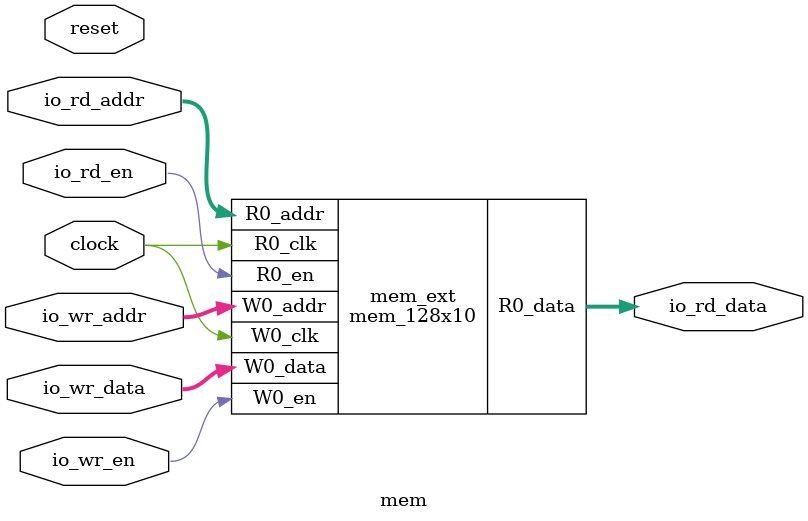
<source format=sv>
`ifndef RANDOMIZE
  `ifdef RANDOMIZE_MEM_INIT
    `define RANDOMIZE
  `endif // RANDOMIZE_MEM_INIT
`endif // not def RANDOMIZE

`ifndef RANDOM
  `define RANDOM $random
`endif // not def RANDOM

// Users can define INIT_RANDOM as general code that gets injected into the
// initializer block for modules with registers.
`ifndef INIT_RANDOM
  `define INIT_RANDOM
`endif // not def INIT_RANDOM

// If using random initialization, you can also define RANDOMIZE_DELAY to
// customize the delay used, otherwise 0.002 is used.
`ifndef RANDOMIZE_DELAY
  `define RANDOMIZE_DELAY 0.002
`endif // not def RANDOMIZE_DELAY

// Define INIT_RANDOM_PROLOG_ for use in our modules below.
`ifndef INIT_RANDOM_PROLOG_
  `ifdef RANDOMIZE
    `ifdef VERILATOR
      `define INIT_RANDOM_PROLOG_ `INIT_RANDOM
    `else  // VERILATOR
      `define INIT_RANDOM_PROLOG_ `INIT_RANDOM #`RANDOMIZE_DELAY begin end
    `endif // VERILATOR
  `else  // RANDOMIZE
    `define INIT_RANDOM_PROLOG_
  `endif // RANDOMIZE
`endif // not def INIT_RANDOM_PROLOG_

// Include register initializers in init blocks unless synthesis is set
`ifndef SYNTHESIS
  `ifndef ENABLE_INITIAL_REG_
    `define ENABLE_INITIAL_REG_
  `endif // not def ENABLE_INITIAL_REG_
`endif // not def SYNTHESIS

// Include rmemory initializers in init blocks unless synthesis is set
`ifndef SYNTHESIS
  `ifndef ENABLE_INITIAL_MEM_
    `define ENABLE_INITIAL_MEM_
  `endif // not def ENABLE_INITIAL_MEM_
`endif // not def SYNTHESIS

// VCS coverage exclude_file
module mem_128x10(	// src/main/scala/sync_mem.scala:26:23
  input  [6:0] R0_addr,
  input        R0_en,
               R0_clk,
  output [9:0] R0_data,
  input  [6:0] W0_addr,
  input        W0_en,
               W0_clk,
  input  [9:0] W0_data
);

  reg [9:0] Memory[0:127];	// src/main/scala/sync_mem.scala:26:23
  reg       _R0_en_d0;	// src/main/scala/sync_mem.scala:26:23
  reg [6:0] _R0_addr_d0;	// src/main/scala/sync_mem.scala:26:23
  always @(posedge R0_clk) begin	// src/main/scala/sync_mem.scala:26:23
    _R0_en_d0 <= R0_en;	// src/main/scala/sync_mem.scala:26:23
    _R0_addr_d0 <= R0_addr;	// src/main/scala/sync_mem.scala:26:23
  end // always @(posedge)
  always @(posedge W0_clk) begin	// src/main/scala/sync_mem.scala:26:23
    if (W0_en & 1'h1)	// src/main/scala/sync_mem.scala:26:23
      Memory[W0_addr] <= W0_data;	// src/main/scala/sync_mem.scala:26:23
  end // always @(posedge)
  `ifdef ENABLE_INITIAL_MEM_	// src/main/scala/sync_mem.scala:26:23
    `ifdef RANDOMIZE_REG_INIT	// src/main/scala/sync_mem.scala:26:23
      reg [31:0] _RANDOM;	// src/main/scala/sync_mem.scala:26:23
    `endif // RANDOMIZE_REG_INIT
    reg [31:0] _RANDOM_MEM;	// src/main/scala/sync_mem.scala:26:23
    initial begin	// src/main/scala/sync_mem.scala:26:23
      `INIT_RANDOM_PROLOG_	// src/main/scala/sync_mem.scala:26:23
      `ifdef RANDOMIZE_MEM_INIT	// src/main/scala/sync_mem.scala:26:23
        for (logic [7:0] i = 8'h0; i < 8'h80; i += 8'h1) begin
          _RANDOM_MEM = `RANDOM;	// src/main/scala/sync_mem.scala:26:23
          Memory[i[6:0]] = _RANDOM_MEM[9:0];	// src/main/scala/sync_mem.scala:26:23
        end	// src/main/scala/sync_mem.scala:26:23
      `endif // RANDOMIZE_MEM_INIT
      `ifdef RANDOMIZE_REG_INIT	// src/main/scala/sync_mem.scala:26:23
        _RANDOM = {`RANDOM};	// src/main/scala/sync_mem.scala:26:23
        _R0_en_d0 = _RANDOM[0];	// src/main/scala/sync_mem.scala:26:23
        _R0_addr_d0 = _RANDOM[7:1];	// src/main/scala/sync_mem.scala:26:23
      `endif // RANDOMIZE_REG_INIT
    end // initial
  `endif // ENABLE_INITIAL_MEM_
  assign R0_data = _R0_en_d0 ? Memory[_R0_addr_d0] : 10'bx;	// src/main/scala/sync_mem.scala:26:23
endmodule

module mem(	// src/main/scala/sync_mem.scala:17:8
  input        clock,	// src/main/scala/sync_mem.scala:17:8
               reset,	// src/main/scala/sync_mem.scala:17:8
  input  [6:0] io_rd_addr,	// src/main/scala/sync_mem.scala:18:13
  output [9:0] io_rd_data,	// src/main/scala/sync_mem.scala:18:13
  input  [6:0] io_wr_addr,	// src/main/scala/sync_mem.scala:18:13
  input  [9:0] io_wr_data,	// src/main/scala/sync_mem.scala:18:13
  input        io_wr_en,	// src/main/scala/sync_mem.scala:18:13
               io_rd_en	// src/main/scala/sync_mem.scala:18:13
);

  mem_128x10 mem_ext (	// src/main/scala/sync_mem.scala:26:23
    .R0_addr (io_rd_addr),
    .R0_en   (io_rd_en),
    .R0_clk  (clock),
    .R0_data (io_rd_data),
    .W0_addr (io_wr_addr),
    .W0_en   (io_wr_en),
    .W0_clk  (clock),
    .W0_data (io_wr_data)
  );
endmodule


</source>
